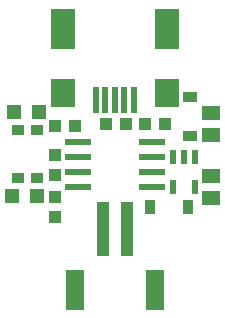
<source format=gbr>
G04 EAGLE Gerber RS-274X export*
G75*
%MOMM*%
%FSLAX34Y34*%
%LPD*%
%INSolderpaste Top*%
%IPPOS*%
%AMOC8*
5,1,8,0,0,1.08239X$1,22.5*%
G01*
%ADD10R,1.100000X1.000000*%
%ADD11R,1.000000X1.100000*%
%ADD12R,0.550000X1.200000*%
%ADD13R,1.500000X1.300000*%
%ADD14R,2.200000X0.500000*%
%ADD15R,1.000000X0.900000*%
%ADD16R,1.200000X1.200000*%
%ADD17R,1.220000X0.910000*%
%ADD18R,0.910000X1.220000*%
%ADD19R,1.000000X4.600000*%
%ADD20R,1.600000X3.400000*%
%ADD21R,2.000000X2.400000*%
%ADD22R,0.500000X2.308000*%
%ADD23R,2.000000X3.500000*%


D10*
X9770Y25400D03*
X-7230Y25400D03*
D11*
X-50800Y-390D03*
X-50800Y-17390D03*
D12*
X67920Y-2240D03*
X58420Y-2240D03*
X48920Y-2240D03*
X48920Y-28240D03*
X67920Y-28240D03*
D13*
X81280Y-37440D03*
X81280Y-18440D03*
D14*
X-31540Y10160D03*
X-31540Y-2440D03*
X-31540Y-15140D03*
X-31540Y-27840D03*
X31540Y10160D03*
X31540Y-2540D03*
X31540Y-15240D03*
X31540Y-27940D03*
D10*
X25790Y25400D03*
X42790Y25400D03*
D15*
X-65660Y-20500D03*
X-81660Y-20500D03*
X-81660Y20500D03*
X-65660Y20500D03*
D10*
X-50410Y24130D03*
X-33410Y24130D03*
D16*
X-85430Y35560D03*
X-64430Y35560D03*
D17*
X63500Y15375D03*
X63500Y48125D03*
D18*
X62095Y-44450D03*
X29345Y-44450D03*
D19*
X10000Y-63330D03*
X-10000Y-63330D03*
D20*
X34000Y-115330D03*
X-34000Y-115330D03*
D13*
X81280Y15900D03*
X81280Y34900D03*
D11*
X-50800Y-35950D03*
X-50800Y-52950D03*
D16*
X-86700Y-35560D03*
X-65700Y-35560D03*
D21*
X44000Y51360D03*
D22*
X16000Y45720D03*
X8000Y45720D03*
X0Y45720D03*
X-8000Y45720D03*
X-16000Y45720D03*
D23*
X44000Y106360D03*
D21*
X-44000Y51360D03*
D23*
X-44000Y106360D03*
M02*

</source>
